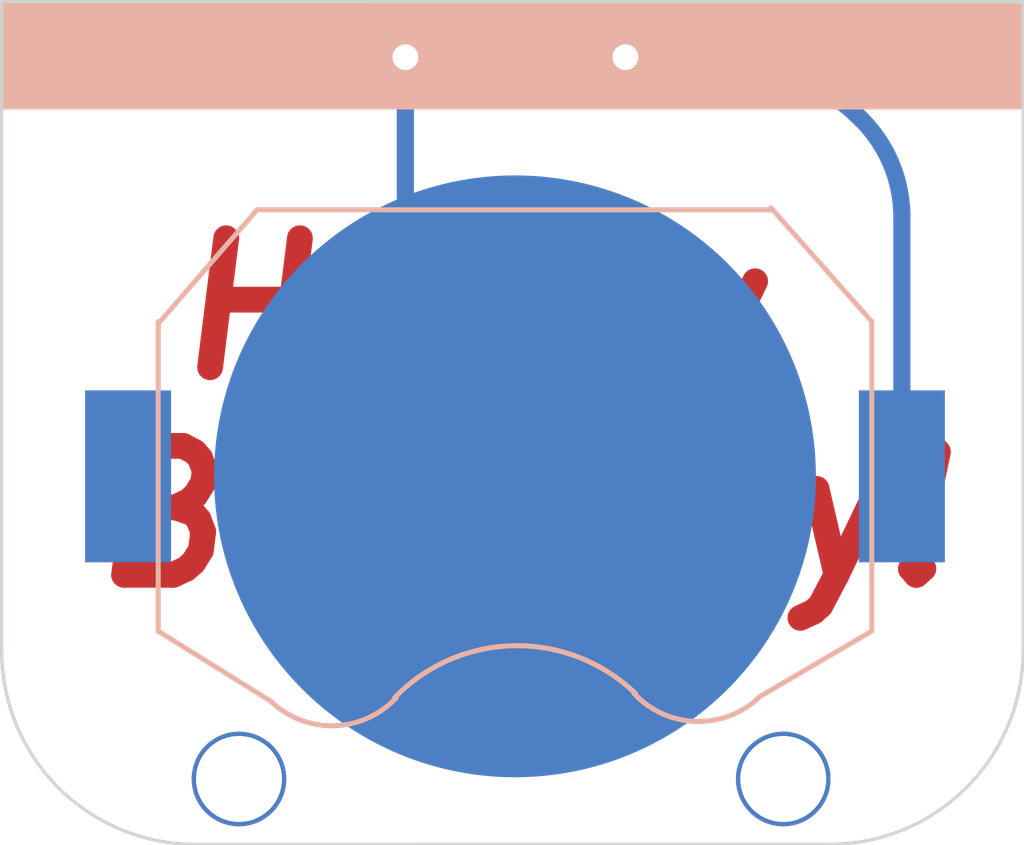
<source format=kicad_pcb>
(kicad_pcb (version 20210126) (generator pcbnew)
  (layers (0 "F.Cu" signal) (31 "B.Cu" signal) (34 "B.Paste" user) (35 "F.Paste" user) (36 "B.SilkS" user "B.Silkscreen") (37 "F.SilkS" user "F.Silkscreen") (38 "B.Mask" user) (39 "F.Mask" user) (44 "Edge.Cuts" user))
  (net 0 "")
  (footprint "touch:Touch_Pad_10x10mm" (layer "F.Cu") (at 102.3366 63.5762 -90)
    (fp_text reference "REF**" hide)
    (fp_text value "Touch_Pad_10.0x10.0mm" hide)
    (pad "1" smd roundrect (at -0.4064 -0.9144 270) (size 2.54 5.08) (layers "F.Cu" "F.Mask") (roundrect_rratio 0.2))
  )
  (footprint "touch:Touch_Pad_10x10mm" (layer "F.Cu") (at 95.1865 63.5127 -90)
    (fp_text reference "REF**" hide)
    (fp_text value "Touch_Pad_10.0x10.0mm" hide)
    (pad "1" smd roundrect (at -0.3683 -0.4191 270) (size 2.54 5.08) (layers "F.Cu" "F.Mask") (roundrect_rratio 0.2))
  )
  (footprint "hex-smd-challenge-fp:BATT_CR2032_SMD" (layer "B.Cu") (at 99.3394 75.5142 180)
    (fp_text reference "BT1" hide)
    (fp_text value "Battery" hide)
    (fp_line (start -7.62 7.874) (end 7.62 7.874) (layer "B.SilkS") (width 0.15))
    (fp_line (start -7.1755 -6.5405) (end -10.541 -4.572) (layer "B.SilkS") (width 0.15))
    (fp_line (start -10.541 -4.572) (end -10.541 4.572) (layer "B.SilkS") (width 0.15))
    (fp_line (start -10.541 4.572) (end -7.5565 7.9375) (layer "B.SilkS") (width 0.15))
    (fp_line (start 7.62 7.874) (end 10.541 4.5085) (layer "B.SilkS") (width 0.15))
    (fp_line (start 10.541 -4.572) (end 10.541 4.572) (layer "B.SilkS") (width 0.15))
    (fp_line (start 7.1755 -6.6675) (end 10.541 -4.572) (layer "B.SilkS") (width 0.15))
    (fp_arc (start -0.0635 -10.033) (end -3.556 -6.4135) (angle -90) (layer "B.SilkS") (width 0.15))
    (fp_arc (start 5.4102 -4.7625) (end 7.1882 -6.6675) (angle -90) (layer "B.SilkS") (width 0.15))
    (fp_arc (start -5.4229 -4.6355) (end -3.5179 -6.4135) (angle -90) (layer "B.SilkS") (width 0.15))
    (pad "1" smd rect (at 11.43 0 180) (size 2.54 5.08) (layers "B.Cu" "B.Paste" "B.Mask"))
    (pad "1" smd rect (at -11.43 0 180) (size 2.54 5.08) (layers "B.Cu" "B.Paste" "B.Mask"))
    (pad "2" smd circle (at 0 0 180) (size 17.78 17.78) (layers "B.Cu" "B.Paste" "B.Mask"))
  )
  (footprint "touch:Touch_Pad_10x10mm" (layer "B.Cu") (at 101.7778 62.7888 90)
    (fp_text reference "REF**" hide)
    (fp_text value "Touch_Pad_10.0x10.0mm" hide)
    (pad "1" smd roundrect (at -0.3683 1.4605 90) (size 2.54 5.08) (layers "B.Cu" "B.Mask") (roundrect_rratio 0.2))
  )
  (footprint "touch:Touch_Pad_10x10mm" (layer "B.Cu") (at 95.1865 62.8523 90)
    (fp_text reference "REF**" hide)
    (fp_text value "Touch_Pad_10.0x10.0mm" hide)
    (pad "1" smd roundrect (at -0.3175 0.4445 90) (size 2.54 5.08) (layers "B.Cu" "B.Mask") (roundrect_rratio 0.2))
  )
  (gr_rect (start 84.2518 61.595) (end 114.2492 64.6176) (layer "B.SilkS") (width 0.12) (fill solid))
  (gr_rect (start 84.2518 64.6176) (end 114.2492 61.595) (layer "F.SilkS") (width 0.12) (fill solid))
  (gr_line (start 108.63439 86.38399) (end 89.89201 86.3854) (layer "Edge.Cuts") (width 0.1))
  (gr_arc (start 108.63439 80.66758) (end 114.3508 80.66758) (angle 90) (layer "Edge.Cuts") (width 0.1))
  (gr_line (start 114.3508 80.66758) (end 114.3508 61.49199) (layer "Edge.Cuts") (width 0.1))
  (gr_line (start 84.1756 80.66899) (end 84.1756 61.4934) (layer "Edge.Cuts") (width 0.1))
  (gr_line (start 84.1756 61.4934) (end 114.3508 61.49199) (layer "Edge.Cuts") (width 0.1))
  (gr_arc (start 89.89201 80.66899) (end 84.1756 80.66899) (angle -90) (layer "Edge.Cuts") (width 0.1))
  (gr_text "Happy \nBirthday!" (at 99.5172 73.6346) (layer "F.Cu") (effects (font (size 3.81 3.81) (thickness 0.762) italic)))
  (via (at 102.6033 63.1317) (size 1.27) (drill 0.762) (layers "F.Cu" "B.Cu") (net 0))
  (via (at 96.1009 63.1317) (size 1.27) (drill 0.762) (layers "F.Cu" "B.Cu") (net 0))
  (via (at 91.186 84.455) (size 2.794) (drill 2.54) (layers "F.Cu" "B.Cu") (net 0))
  (via (at 107.2642 84.455) (size 2.794) (drill 2.54) (layers "F.Cu" "B.Cu") (net 0))
  (segment (start 102.6033 63.1317) (end 105.129826 63.1317) (width 0.508) (layer "B.Cu") (net 0))
  (segment (start 110.7694 67.855288) (end 110.7694 75.5142) (width 0.508) (layer "B.Cu") (net 0))
  (segment (start 96.1009 63.1317) (end 96.1009 67.69577) (width 0.508) (layer "B.Cu") (net 0))
  (segment (start 98.425 74.5998) (end 99.3394 75.5142) (width 0.2) (layer "B.Cu") (net 0))
  (segment (start 109.399329 64.800252) (end 109.5756 64.9732) (width 0.508) (layer "B.Cu") (net 0))
  (arc (start 96.1009 67.69577) (mid 96.942558 71.927073) (end 99.3394 75.5142) (width 0.508) (layer "B.Cu") (net 0))
  (arc (start 109.5756 64.9732) (mid 110.459141 66.295512) (end 110.7694 67.855288) (width 0.508) (layer "B.Cu") (net 0))
  (arc (start 105.129826 63.1317) (mid 107.535861 63.61029) (end 109.5756 64.9732) (width 0.508) (layer "B.Cu") (net 0))
)
</source>
